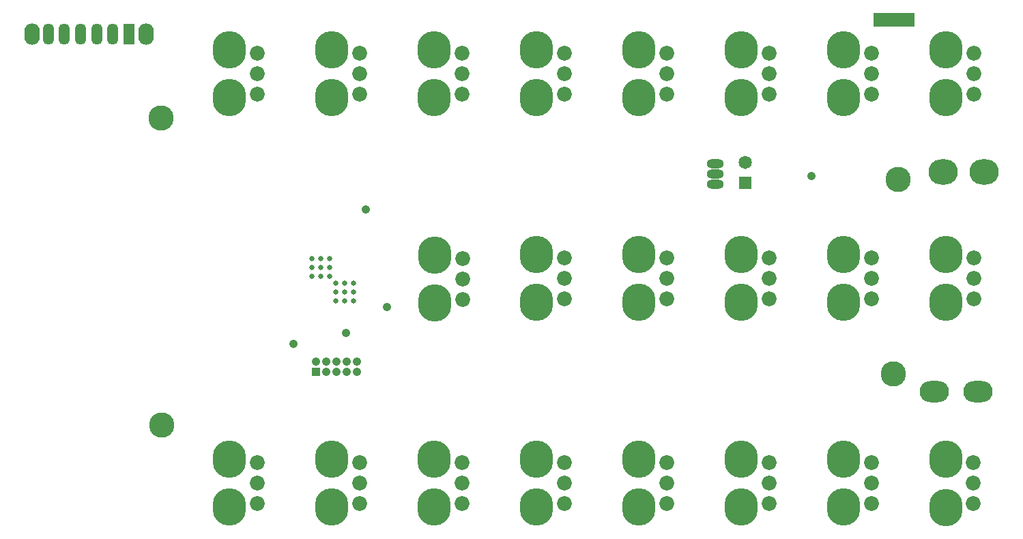
<source format=gts>
G04 Layer_Color=8388736*
%FSLAX25Y25*%
%MOIN*%
G70*
G01*
G75*
%ADD101R,0.20079X0.06693*%
%ADD102C,0.04095*%
%ADD103O,0.16299X0.18268*%
%ADD104C,0.07244*%
%ADD105C,0.04095*%
%ADD106R,0.04095X0.04095*%
%ADD107C,0.06457*%
%ADD108R,0.06457X0.06457*%
%ADD109O,0.08425X0.04488*%
%ADD110O,0.08425X0.04488*%
%ADD111O,0.05276X0.10394*%
%ADD112R,0.05276X0.10394*%
%ADD113O,0.07638X0.10394*%
%ADD114O,0.14331X0.12362*%
%ADD115O,0.14331X0.10394*%
%ADD116C,0.12362*%
%ADD117C,0.02520*%
D101*
X184642Y146399D02*
D03*
D102*
X-108760Y-11909D02*
D03*
X-83169Y-6693D02*
D03*
X-62894Y6102D02*
D03*
X-73228Y53642D02*
D03*
X144193Y69980D02*
D03*
D103*
X10000Y131811D02*
D03*
Y108189D02*
D03*
X60000Y8189D02*
D03*
Y31811D02*
D03*
X160000D02*
D03*
Y8189D02*
D03*
X60000Y108189D02*
D03*
Y131811D02*
D03*
X110000Y31811D02*
D03*
Y8189D02*
D03*
X210000D02*
D03*
Y31811D02*
D03*
X10000Y-68189D02*
D03*
Y-91811D02*
D03*
X-90000Y108189D02*
D03*
Y131811D02*
D03*
X110000Y-68189D02*
D03*
Y-91811D02*
D03*
X60000D02*
D03*
Y-68189D02*
D03*
X-40000Y131811D02*
D03*
Y108189D02*
D03*
X160000Y-91811D02*
D03*
Y-68189D02*
D03*
X-39665Y31496D02*
D03*
Y7874D02*
D03*
X-90000Y-91811D02*
D03*
Y-68189D02*
D03*
X110000Y131811D02*
D03*
Y108189D02*
D03*
X10000Y8189D02*
D03*
Y31811D02*
D03*
X-40000Y-68189D02*
D03*
Y-91811D02*
D03*
X160000Y108189D02*
D03*
Y131811D02*
D03*
X-140000D02*
D03*
Y108189D02*
D03*
X210000D02*
D03*
Y131811D02*
D03*
X209941Y-68307D02*
D03*
Y-91929D02*
D03*
X-140000Y-91811D02*
D03*
Y-68189D02*
D03*
D104*
X23500Y130000D02*
D03*
Y110000D02*
D03*
Y120000D02*
D03*
X73500Y20000D02*
D03*
Y10000D02*
D03*
Y30000D02*
D03*
X173500D02*
D03*
Y10000D02*
D03*
Y20000D02*
D03*
X73500Y120000D02*
D03*
Y110000D02*
D03*
Y130000D02*
D03*
X123500Y30000D02*
D03*
Y10000D02*
D03*
Y20000D02*
D03*
X223500D02*
D03*
Y10000D02*
D03*
Y30000D02*
D03*
X23500Y-70000D02*
D03*
Y-90000D02*
D03*
Y-80000D02*
D03*
X-76500Y120000D02*
D03*
Y110000D02*
D03*
Y130000D02*
D03*
X123500Y-70000D02*
D03*
Y-90000D02*
D03*
Y-80000D02*
D03*
X73500D02*
D03*
Y-90000D02*
D03*
Y-70000D02*
D03*
X-26500Y130000D02*
D03*
Y110000D02*
D03*
Y120000D02*
D03*
X173500Y-80000D02*
D03*
Y-90000D02*
D03*
Y-70000D02*
D03*
X-26165Y29685D02*
D03*
Y9685D02*
D03*
Y19685D02*
D03*
X-76500Y-80000D02*
D03*
Y-90000D02*
D03*
Y-70000D02*
D03*
X123500Y130000D02*
D03*
Y110000D02*
D03*
Y120000D02*
D03*
X23500Y20000D02*
D03*
Y10000D02*
D03*
Y30000D02*
D03*
X-26500Y-70000D02*
D03*
Y-90000D02*
D03*
Y-80000D02*
D03*
X173500Y120000D02*
D03*
Y110000D02*
D03*
Y130000D02*
D03*
X-126500D02*
D03*
Y110000D02*
D03*
Y120000D02*
D03*
X223500D02*
D03*
Y110000D02*
D03*
Y130000D02*
D03*
X223441Y-70118D02*
D03*
Y-90118D02*
D03*
Y-80118D02*
D03*
X-126500Y-80000D02*
D03*
Y-90000D02*
D03*
Y-70000D02*
D03*
D105*
X-77559Y-25768D02*
D03*
X-82559D02*
D03*
X-87559D02*
D03*
X-92559D02*
D03*
X-97559Y-20768D02*
D03*
X-92559D02*
D03*
X-87559D02*
D03*
X-82559D02*
D03*
X-77559D02*
D03*
D106*
X-97559Y-25768D02*
D03*
D107*
X112106Y76752D02*
D03*
D108*
Y66752D02*
D03*
D109*
X97244Y76063D02*
D03*
D110*
Y71063D02*
D03*
Y66063D02*
D03*
D111*
X-228445Y139469D02*
D03*
X-220571D02*
D03*
X-212697D02*
D03*
X-204823D02*
D03*
X-196949D02*
D03*
D112*
X-189075D02*
D03*
D113*
X-180807D02*
D03*
X-236319D02*
D03*
D114*
X208760Y72047D02*
D03*
X228642D02*
D03*
D115*
X225787Y-35433D02*
D03*
X204429D02*
D03*
D116*
X184252Y-26575D02*
D03*
X-172933Y-51673D02*
D03*
X-173228Y98425D02*
D03*
X186516Y68307D02*
D03*
D117*
X-88156Y9070D02*
D03*
X-83825D02*
D03*
X-79494D02*
D03*
X-88156Y13400D02*
D03*
X-83825D02*
D03*
X-79494D02*
D03*
X-88156Y17731D02*
D03*
X-83825D02*
D03*
X-79494D02*
D03*
X-99573Y20881D02*
D03*
X-95242D02*
D03*
X-90912D02*
D03*
X-99573Y25211D02*
D03*
X-95242Y25211D02*
D03*
X-90912D02*
D03*
X-99573Y29542D02*
D03*
X-95242D02*
D03*
X-90912D02*
D03*
M02*

</source>
